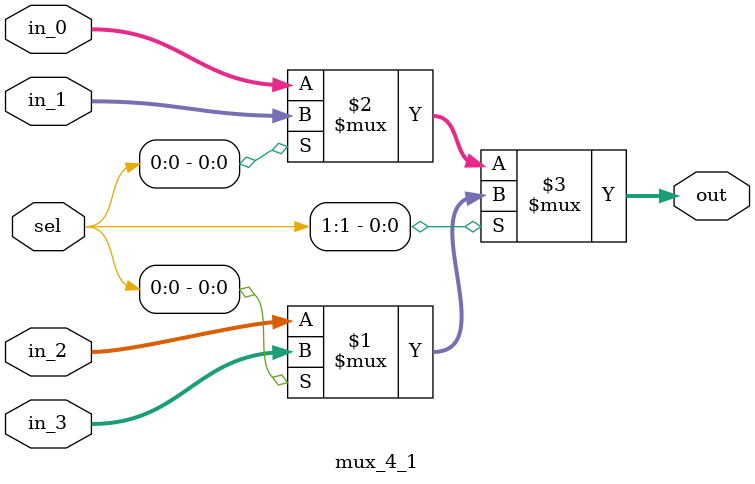
<source format=v>
`timescale 1ns / 1ps

`default_nettype none

module mux_4_1(
    input wire [5:0] in_0,
    input wire [5:0] in_1,
    input wire [5:0] in_2,
    input wire [5:0] in_3,
    input wire [1:0] sel,
    output wire [5:0] out
    );
    
assign out = sel[1] ? (sel[0] ? in_3 : in_2) : (sel[0] ? in_1 : in_0);  

endmodule

</source>
